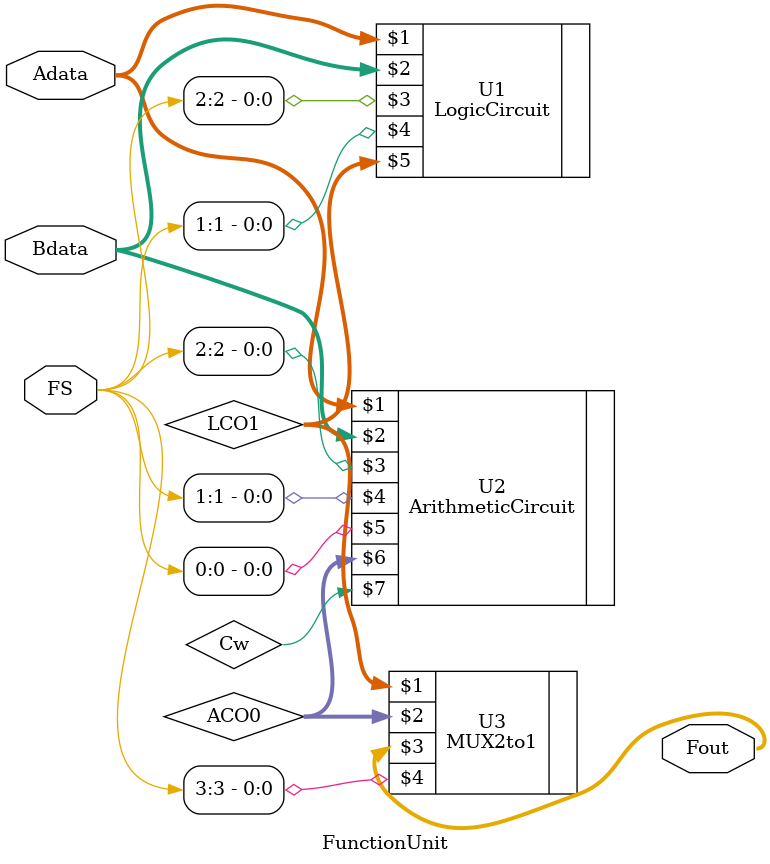
<source format=v>
module FunctionUnit(Adata, Bdata, FS, Fout);
input [3:0] Adata, Bdata;
input [3:0] FS;    //[3:0]FS = {S, S1, S0, Cin}
output [3:0] Fout;

wire Cout;
wire [3:0] LCO1, ACO0; //logic circuit output, arithmetic circuit output
wire Cw;
   
LogicCircuit U1(Adata, Bdata, FS[2], FS[1], LCO1); // implement your code here
ArithmeticCircuit U2 (Adata, Bdata, FS[2], FS[1], FS[0], ACO0, Cw); // implement your code here
MUX2to1 U3(LCO1, ACO0,Fout,FS[3]);    // implement your code here

endmodule

</source>
